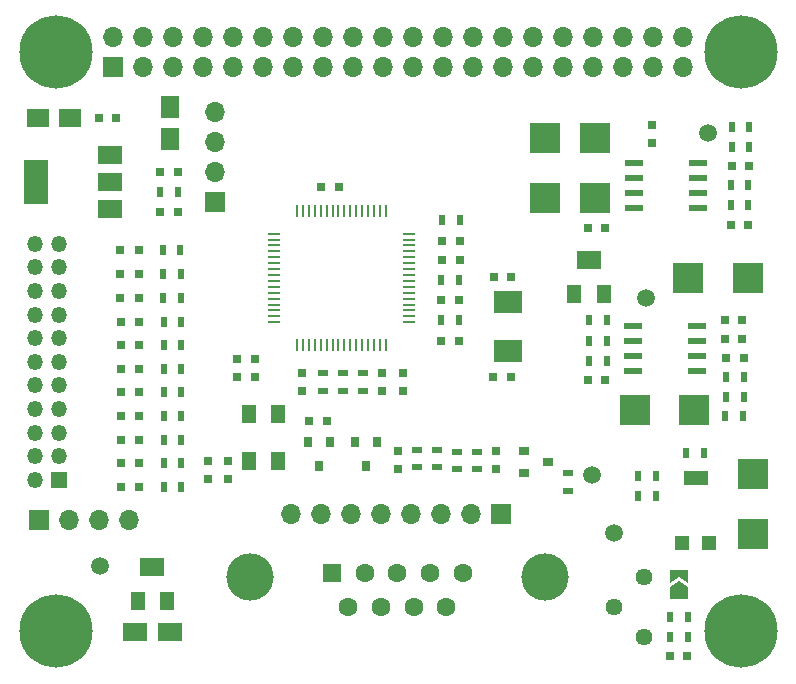
<source format=gts>
G04 #@! TF.GenerationSoftware,KiCad,Pcbnew,5.99.0-unknown-632494c~88~ubuntu19.10.1*
G04 #@! TF.CreationDate,2020-05-12T07:32:40+02:00*
G04 #@! TF.ProjectId,MMDVM_RPT_Hat,4d4d4456-4d5f-4525-9054-5f4861742e6b,0.3*
G04 #@! TF.SameCoordinates,Original*
G04 #@! TF.FileFunction,Soldermask,Top*
G04 #@! TF.FilePolarity,Negative*
%FSLAX46Y46*%
G04 Gerber Fmt 4.6, Leading zero omitted, Abs format (unit mm)*
G04 Created by KiCad (PCBNEW 5.99.0-unknown-632494c~88~ubuntu19.10.1) date 2020-05-12 07:32:40*
%MOMM*%
%LPD*%
G01*
G04 APERTURE LIST*
%ADD10O,1.350000X1.350000*%
%ADD11R,1.350000X1.350000*%
%ADD12R,0.800000X0.800000*%
%ADD13R,0.500000X0.900000*%
%ADD14R,1.500000X1.500000*%
%ADD15R,2.500000X2.550000*%
%ADD16R,2.550000X2.500000*%
%ADD17R,0.250000X1.000000*%
%ADD18R,1.000000X0.250000*%
%ADD19C,6.200000*%
%ADD20R,1.950000X1.500000*%
%ADD21R,0.800000X0.750000*%
%ADD22R,1.500000X1.950000*%
%ADD23R,0.750000X0.800000*%
%ADD24C,4.000000*%
%ADD25C,1.600000*%
%ADD26R,1.600000X1.600000*%
%ADD27O,1.700000X1.700000*%
%ADD28R,1.700000X1.700000*%
%ADD29R,0.800000X0.900000*%
%ADD30R,0.900000X0.800000*%
%ADD31R,0.900000X0.500000*%
%ADD32C,1.440000*%
%ADD33R,1.300000X1.300000*%
%ADD34R,2.000000X1.300000*%
%ADD35R,1.300000X1.600000*%
%ADD36R,2.000000X1.600000*%
%ADD37C,1.500000*%
%ADD38R,2.000000X1.500000*%
%ADD39R,2.000000X3.800000*%
%ADD40R,1.550000X0.600000*%
%ADD41R,2.400000X1.900000*%
G04 APERTURE END LIST*
D10*
X21200000Y-89000000D03*
X23200000Y-89000000D03*
X21200000Y-91000000D03*
X23200000Y-91000000D03*
X21200000Y-93000000D03*
X23200000Y-93000000D03*
X21200000Y-95000000D03*
X23200000Y-95000000D03*
X21200000Y-97000000D03*
X23200000Y-97000000D03*
X21200000Y-99000000D03*
X23200000Y-99000000D03*
X21200000Y-101000000D03*
X23200000Y-101000000D03*
X21200000Y-103000000D03*
X23200000Y-103000000D03*
X21200000Y-105000000D03*
X23200000Y-105000000D03*
X21200000Y-107000000D03*
X23200000Y-107000000D03*
X21200000Y-109000000D03*
D11*
X23200000Y-109000000D03*
D12*
X30000000Y-109600000D03*
X28400000Y-109600000D03*
D13*
X33550000Y-109600000D03*
X32050000Y-109600000D03*
G36*
X30100000Y-121900000D02*
G01*
X29600000Y-122650000D01*
X28600000Y-122650000D01*
X28600000Y-121150000D01*
X29600000Y-121150000D01*
X30100000Y-121900000D01*
G37*
G36*
X32100000Y-121900000D02*
G01*
X32600001Y-121150000D01*
X33600000Y-121150001D01*
X33599999Y-122650000D01*
X32600000Y-122649999D01*
X32100000Y-121900000D01*
G37*
D14*
X32300000Y-121900000D03*
X29900000Y-121900000D03*
G36*
X75700000Y-117550000D02*
G01*
X76450000Y-118050001D01*
X76450000Y-119050000D01*
X74950000Y-119049999D01*
X74950000Y-118050000D01*
X75700000Y-117550000D01*
G37*
G36*
X76450000Y-116600001D02*
G01*
X76450000Y-117750000D01*
X75700000Y-117250000D01*
X74950000Y-117750000D01*
X74950000Y-116600000D01*
X76450000Y-116600001D01*
G37*
D15*
X68575000Y-85125000D03*
X68575000Y-80075000D03*
X64300000Y-80075000D03*
X64300000Y-85125000D03*
D16*
X76475000Y-91925000D03*
X81525000Y-91925000D03*
X76975000Y-103050000D03*
X71925000Y-103050000D03*
D15*
X81950000Y-108525000D03*
X81950000Y-113575000D03*
D17*
X50850000Y-97600000D03*
X50350000Y-97600000D03*
X49850000Y-97600000D03*
X49350000Y-97600000D03*
X48850000Y-97600000D03*
X48350000Y-97600000D03*
X47850000Y-97600000D03*
X47350000Y-97600000D03*
X46850000Y-97600000D03*
X46350000Y-97600000D03*
X45850000Y-97600000D03*
X45350000Y-97600000D03*
X44850000Y-97600000D03*
X44350000Y-97600000D03*
X43850000Y-97600000D03*
X43350000Y-97600000D03*
D18*
X41400000Y-95650000D03*
X41400000Y-95150000D03*
X41400000Y-94650000D03*
X41400000Y-94150000D03*
X41400000Y-93650000D03*
X41400000Y-93150000D03*
X41400000Y-92650000D03*
X41400000Y-92150000D03*
X41400000Y-91650000D03*
X41400000Y-91150000D03*
X41400000Y-90650000D03*
X41400000Y-90150000D03*
X41400000Y-89650000D03*
X41400000Y-89150000D03*
X41400000Y-88650000D03*
X41400000Y-88150000D03*
D17*
X43350000Y-86200000D03*
X43850000Y-86200000D03*
X44350000Y-86200000D03*
X44850000Y-86200000D03*
X45350000Y-86200000D03*
X45850000Y-86200000D03*
X46350000Y-86200000D03*
X46850000Y-86200000D03*
X47350000Y-86200000D03*
X47850000Y-86200000D03*
X48350000Y-86200000D03*
X48850000Y-86200000D03*
X49350000Y-86200000D03*
X49850000Y-86200000D03*
X50350000Y-86200000D03*
X50850000Y-86200000D03*
D18*
X52800000Y-88150000D03*
X52800000Y-88650000D03*
X52800000Y-89150000D03*
X52800000Y-89650000D03*
X52800000Y-90150000D03*
X52800000Y-90650000D03*
X52800000Y-91150000D03*
X52800000Y-91650000D03*
X52800000Y-92150000D03*
X52800000Y-92650000D03*
X52800000Y-93150000D03*
X52800000Y-93650000D03*
X52800000Y-94150000D03*
X52800000Y-94650000D03*
X52800000Y-95150000D03*
X52800000Y-95650000D03*
D19*
X80900000Y-72800000D03*
X80900000Y-121800000D03*
X22900000Y-121800000D03*
X22900000Y-72800000D03*
D20*
X21400000Y-78400000D03*
X24150000Y-78400000D03*
D21*
X28050000Y-78400000D03*
X26550000Y-78400000D03*
X31750000Y-82900000D03*
X33250000Y-82900000D03*
X57050000Y-97200000D03*
X55550000Y-97200000D03*
D22*
X32600000Y-80175000D03*
X32600000Y-77425000D03*
D21*
X31750000Y-86300000D03*
X33250000Y-86300000D03*
X55550000Y-93800000D03*
X57050000Y-93800000D03*
D23*
X37500000Y-107400000D03*
X37500000Y-108900000D03*
X35800000Y-108900000D03*
X35800000Y-107400000D03*
X43800000Y-99950000D03*
X43800000Y-101450000D03*
X51900000Y-108050000D03*
X51900000Y-106550000D03*
X60200000Y-106550000D03*
X60200000Y-108050000D03*
D21*
X74900000Y-123900000D03*
X76400000Y-123900000D03*
X59950000Y-100250000D03*
X61450000Y-100250000D03*
X61500000Y-91800000D03*
X60000000Y-91800000D03*
X45400000Y-84200000D03*
X46900000Y-84200000D03*
X55600000Y-90400000D03*
X57100000Y-90400000D03*
X57100000Y-88800000D03*
X55600000Y-88800000D03*
X38300000Y-100300000D03*
X39800000Y-100300000D03*
X39800000Y-98800000D03*
X38300000Y-98800000D03*
D23*
X52300000Y-101450000D03*
X52300000Y-99950000D03*
X50500000Y-99950000D03*
X50500000Y-101450000D03*
D12*
X28325000Y-89575000D03*
X29925000Y-89575000D03*
X29950000Y-91600000D03*
X28350000Y-91600000D03*
X28375000Y-93600000D03*
X29975000Y-93600000D03*
X30000000Y-95600000D03*
X28400000Y-95600000D03*
X28400000Y-105600000D03*
X30000000Y-105600000D03*
X28400000Y-103600000D03*
X30000000Y-103600000D03*
X30000000Y-101600000D03*
X28400000Y-101600000D03*
X28400000Y-99600000D03*
X30000000Y-99600000D03*
X30000000Y-97600000D03*
X28400000Y-97600000D03*
D24*
X64340000Y-117200000D03*
X39340000Y-117200000D03*
D25*
X55995000Y-119740000D03*
X53225000Y-119740000D03*
X50455000Y-119740000D03*
X47685000Y-119740000D03*
X57380000Y-116900000D03*
X54610000Y-116900000D03*
X51840000Y-116900000D03*
X49070000Y-116900000D03*
D26*
X46300000Y-116900000D03*
D27*
X76030000Y-71530000D03*
X76030000Y-74070000D03*
X73490000Y-71530000D03*
X73490000Y-74070000D03*
X70950000Y-71530000D03*
X70950000Y-74070000D03*
X68410000Y-71530000D03*
X68410000Y-74070000D03*
X65870000Y-71530000D03*
X65870000Y-74070000D03*
X63330000Y-71530000D03*
X63330000Y-74070000D03*
X60790000Y-71530000D03*
X60790000Y-74070000D03*
X58250000Y-71530000D03*
X58250000Y-74070000D03*
X55710000Y-71530000D03*
X55710000Y-74070000D03*
X53170000Y-71530000D03*
X53170000Y-74070000D03*
X50630000Y-71530000D03*
X50630000Y-74070000D03*
X48090000Y-71530000D03*
X48090000Y-74070000D03*
X45550000Y-71530000D03*
X45550000Y-74070000D03*
X43010000Y-71530000D03*
X43010000Y-74070000D03*
X40470000Y-71530000D03*
X40470000Y-74070000D03*
X37930000Y-71530000D03*
X37930000Y-74070000D03*
X35390000Y-71530000D03*
X35390000Y-74070000D03*
X32850000Y-71530000D03*
X32850000Y-74070000D03*
X30310000Y-71530000D03*
X30310000Y-74070000D03*
X27770000Y-71530000D03*
D28*
X27770000Y-74070000D03*
X36400000Y-85500000D03*
D27*
X36400000Y-82960000D03*
X36400000Y-80420000D03*
X36400000Y-77880000D03*
X29120000Y-112400000D03*
X26580000Y-112400000D03*
X24040000Y-112400000D03*
D28*
X21500000Y-112400000D03*
D13*
X33250000Y-84600000D03*
X31750000Y-84600000D03*
X57150000Y-87000000D03*
X55650000Y-87000000D03*
D29*
X50150000Y-105800000D03*
X48250000Y-105800000D03*
X49200000Y-107800000D03*
D30*
X64600000Y-107500000D03*
X62600000Y-108450000D03*
X62600000Y-106550000D03*
D13*
X33475000Y-89575000D03*
X31975000Y-89575000D03*
X32000000Y-91600000D03*
X33500000Y-91600000D03*
D31*
X48900000Y-101450000D03*
X48900000Y-99950000D03*
D13*
X32025000Y-93600000D03*
X33525000Y-93600000D03*
X33550000Y-95600000D03*
X32050000Y-95600000D03*
X32050000Y-105600000D03*
X33550000Y-105600000D03*
X33550000Y-103600000D03*
X32050000Y-103600000D03*
X32050000Y-101600000D03*
X33550000Y-101600000D03*
X32050000Y-99600000D03*
X33550000Y-99600000D03*
X55550000Y-92100000D03*
X57050000Y-92100000D03*
X33550000Y-97600000D03*
X32050000Y-97600000D03*
D31*
X55200000Y-106450000D03*
X55200000Y-107950000D03*
X53500000Y-107950000D03*
X53500000Y-106450000D03*
X56900000Y-108100000D03*
X56900000Y-106600000D03*
X58600000Y-108100000D03*
X58600000Y-106600000D03*
D13*
X76410000Y-120610000D03*
X74910000Y-120610000D03*
X74910000Y-122300000D03*
X76410000Y-122300000D03*
D31*
X66300000Y-109950000D03*
X66300000Y-108450000D03*
D13*
X55550000Y-95500000D03*
X57050000Y-95500000D03*
X80150000Y-80800000D03*
X81650000Y-80800000D03*
X72200000Y-110400000D03*
X73700000Y-110400000D03*
X72200000Y-108650000D03*
X73700000Y-108650000D03*
X79650000Y-102000000D03*
X81150000Y-102000000D03*
X81100000Y-103600000D03*
X79600000Y-103600000D03*
X76300000Y-106750000D03*
X77800000Y-106750000D03*
X80050000Y-85700000D03*
X81550000Y-85700000D03*
X81550000Y-84000000D03*
X80050000Y-84000000D03*
X81650000Y-79125000D03*
X80150000Y-79125000D03*
X69550000Y-95500000D03*
X68050000Y-95500000D03*
X68050000Y-97200000D03*
X69550000Y-97200000D03*
X68050000Y-98900000D03*
X69550000Y-98900000D03*
X81150000Y-100300000D03*
X79650000Y-100300000D03*
D32*
X72700000Y-117210000D03*
X70160000Y-119750000D03*
X72700000Y-122290000D03*
D33*
X75950000Y-114350000D03*
D34*
X77100000Y-108850000D03*
D33*
X78250000Y-114350000D03*
D35*
X69300000Y-93250000D03*
D36*
X68050000Y-90350000D03*
D35*
X66800000Y-93250000D03*
X29850000Y-119250000D03*
D36*
X31100000Y-116350000D03*
D35*
X32350000Y-119250000D03*
D37*
X70170000Y-113470000D03*
X78100000Y-79600000D03*
X68300000Y-108550000D03*
X72925000Y-93625000D03*
X26700000Y-116300000D03*
D38*
X27550000Y-86100000D03*
X27550000Y-81500000D03*
X27550000Y-83800000D03*
D39*
X21250000Y-83800000D03*
D40*
X77300000Y-86005000D03*
X77300000Y-84735000D03*
X77300000Y-83465000D03*
X77300000Y-82195000D03*
X71900000Y-82195000D03*
X71900000Y-83465000D03*
X71900000Y-84735000D03*
X71900000Y-86005000D03*
X77200000Y-95995000D03*
X77200000Y-97265000D03*
X77200000Y-98535000D03*
X77200000Y-99805000D03*
X71800000Y-99805000D03*
X71800000Y-98535000D03*
X71800000Y-97265000D03*
X71800000Y-95995000D03*
D35*
X41750000Y-107400000D03*
X41750000Y-103400000D03*
X39250000Y-103400000D03*
X39250000Y-107400000D03*
D41*
X61200000Y-93950000D03*
X61200000Y-98050000D03*
D21*
X80050000Y-87400000D03*
X81550000Y-87400000D03*
X80150000Y-82400000D03*
X81650000Y-82400000D03*
D23*
X73375000Y-80475000D03*
X73375000Y-78975000D03*
D21*
X69450000Y-100500000D03*
X67950000Y-100500000D03*
X81050000Y-97100000D03*
X79550000Y-97100000D03*
X79650000Y-98700000D03*
X81150000Y-98700000D03*
X67950000Y-87700000D03*
X69450000Y-87700000D03*
X79550000Y-95500000D03*
X81050000Y-95500000D03*
D12*
X28400000Y-107600000D03*
X30000000Y-107600000D03*
D13*
X32050000Y-107600000D03*
X33550000Y-107600000D03*
D21*
X45850000Y-104000000D03*
X44350000Y-104000000D03*
D29*
X45200000Y-107800000D03*
X44250000Y-105800000D03*
X46150000Y-105800000D03*
D31*
X45500000Y-99950000D03*
X45500000Y-101450000D03*
X47200000Y-101450000D03*
X47200000Y-99950000D03*
D27*
X42820000Y-111900000D03*
X45360000Y-111900000D03*
X47900000Y-111900000D03*
X50440000Y-111900000D03*
X52980000Y-111900000D03*
X55520000Y-111900000D03*
X58060000Y-111900000D03*
D28*
X60600000Y-111900000D03*
M02*

</source>
